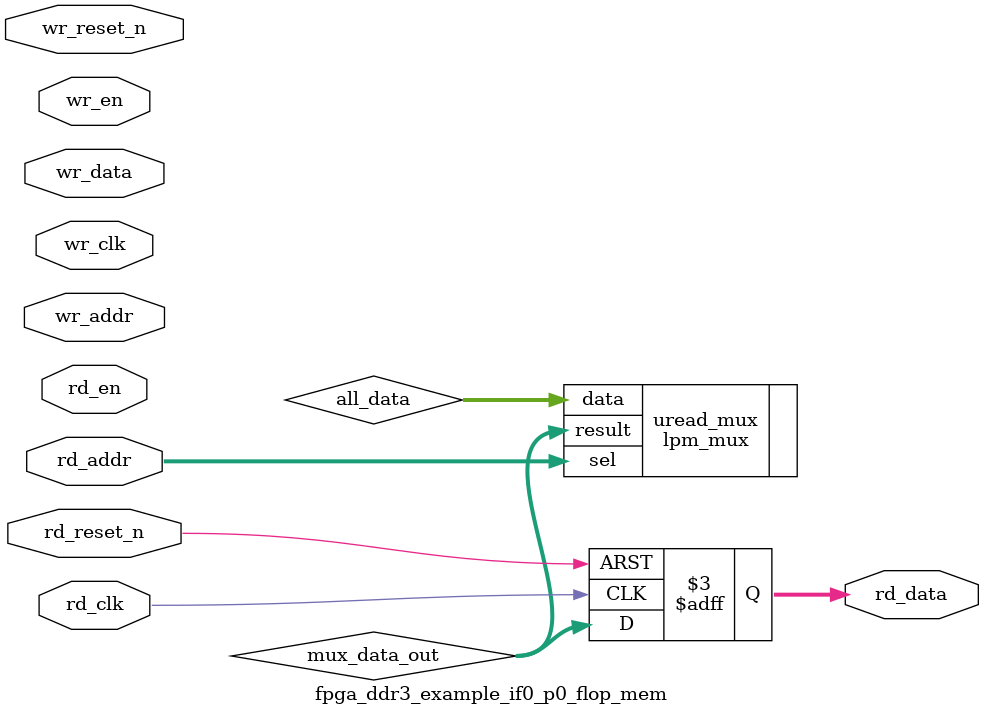
<source format=v>



`timescale 1 ps / 1 ps

(* altera_attribute = "-name ALLOW_SYNCH_CTRL_USAGE ON;-name AUTO_CLOCK_ENABLE_RECOGNITION ON" *)
module fpga_ddr3_example_if0_p0_flop_mem(
	wr_reset_n,
	wr_clk,
	wr_en,
	wr_addr,
	wr_data,
	rd_reset_n,
	rd_clk,
	rd_en,
	rd_addr,
	rd_data
);

parameter WRITE_MEM_DEPTH	= "";
parameter WRITE_ADDR_WIDTH	= "";
parameter WRITE_DATA_WIDTH	= "";
parameter READ_MEM_DEPTH	= "";
parameter READ_ADDR_WIDTH	= "";		 
parameter READ_DATA_WIDTH	= "";


input	wr_reset_n;
input	wr_clk;
input	wr_en;
input	[WRITE_ADDR_WIDTH-1:0] wr_addr;
input	[WRITE_DATA_WIDTH-1:0] wr_data;
input	rd_reset_n;
input	rd_clk;
input	rd_en;
input	[READ_ADDR_WIDTH-1:0] rd_addr;
output	[READ_DATA_WIDTH-1:0] rd_data;



wire	[WRITE_DATA_WIDTH*WRITE_MEM_DEPTH-1:0] all_data;
wire	[READ_DATA_WIDTH-1:0] mux_data_out;



// declare a memory with WRITE_MEM_DEPTH entries
// each entry contains a data size of WRITE_DATA_WIDTH
reg	[WRITE_DATA_WIDTH-1:0] data_stored [0:WRITE_MEM_DEPTH-1] /* synthesis syn_preserve = 1 */;
reg	[READ_DATA_WIDTH-1:0] rd_data;

generate
genvar entry;
	for (entry=0; entry < WRITE_MEM_DEPTH; entry=entry+1)
	begin: mem_location
		assign all_data[(WRITE_DATA_WIDTH*(entry+1)-1) : (WRITE_DATA_WIDTH*entry)] = data_stored[entry]; 
		
		always @(posedge wr_clk or negedge wr_reset_n)
		begin
			if (~wr_reset_n) begin
				data_stored[entry] <= {WRITE_DATA_WIDTH{1'b0}};
			end else begin
				if (wr_en) begin
					if (entry == wr_addr) begin
						data_stored[entry] <= wr_data;
					end
				end
			end
		end		
	end
endgenerate

// mux to select the correct output data based on read address
lpm_mux	uread_mux(
	.sel (rd_addr),
	.data (all_data),
	.result (mux_data_out)
	// synopsys translate_off
	,
	.aclr (),
	.clken (),
	.clock ()
	// synopsys translate_on
	);
 defparam uread_mux.lpm_size = READ_MEM_DEPTH;
 defparam uread_mux.lpm_type = "LPM_MUX";
 defparam uread_mux.lpm_width = READ_DATA_WIDTH;
 defparam uread_mux.lpm_widths = READ_ADDR_WIDTH;

always @(posedge rd_clk or negedge rd_reset_n)	
begin
	if (~rd_reset_n) begin
		rd_data <= {READ_DATA_WIDTH{1'b0}};
	end else begin
		rd_data <= mux_data_out;
	end
end

endmodule

</source>
